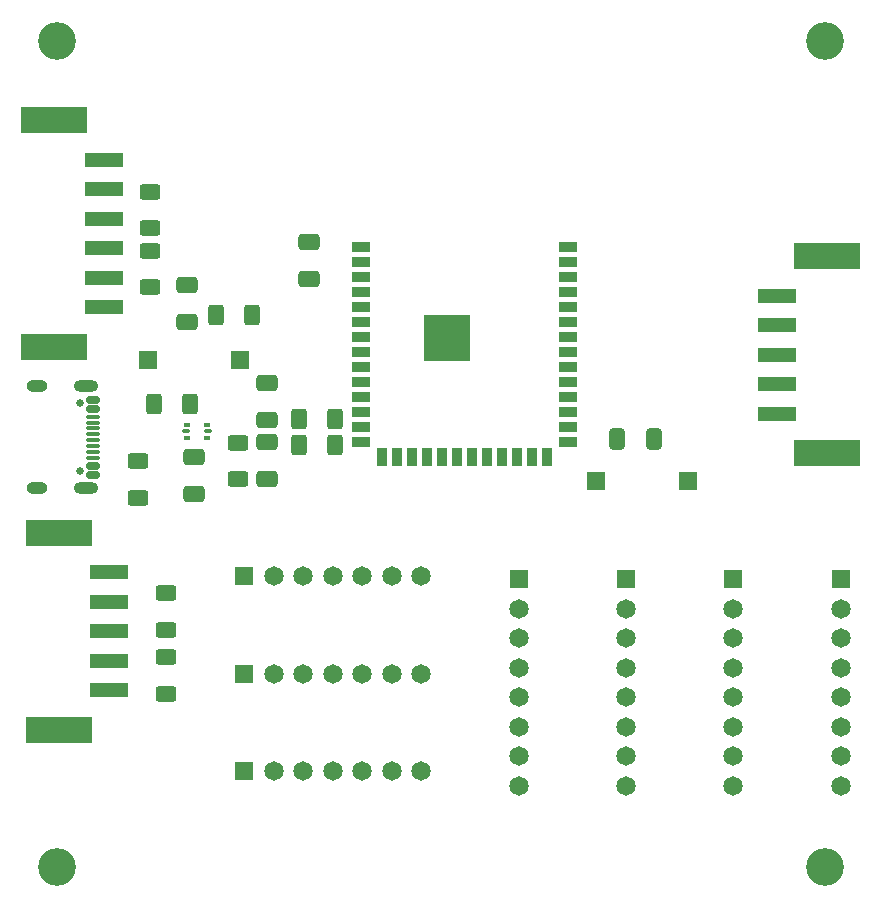
<source format=gbr>
%TF.GenerationSoftware,KiCad,Pcbnew,8.0.8*%
%TF.CreationDate,2025-04-03T15:34:39+02:00*%
%TF.ProjectId,MCU,4d43552e-6b69-4636-9164-5f7063625858,rev?*%
%TF.SameCoordinates,Original*%
%TF.FileFunction,Soldermask,Top*%
%TF.FilePolarity,Negative*%
%FSLAX46Y46*%
G04 Gerber Fmt 4.6, Leading zero omitted, Abs format (unit mm)*
G04 Created by KiCad (PCBNEW 8.0.8) date 2025-04-03 15:34:39*
%MOMM*%
%LPD*%
G01*
G04 APERTURE LIST*
G04 Aperture macros list*
%AMRoundRect*
0 Rectangle with rounded corners*
0 $1 Rounding radius*
0 $2 $3 $4 $5 $6 $7 $8 $9 X,Y pos of 4 corners*
0 Add a 4 corners polygon primitive as box body*
4,1,4,$2,$3,$4,$5,$6,$7,$8,$9,$2,$3,0*
0 Add four circle primitives for the rounded corners*
1,1,$1+$1,$2,$3*
1,1,$1+$1,$4,$5*
1,1,$1+$1,$6,$7*
1,1,$1+$1,$8,$9*
0 Add four rect primitives between the rounded corners*
20,1,$1+$1,$2,$3,$4,$5,0*
20,1,$1+$1,$4,$5,$6,$7,0*
20,1,$1+$1,$6,$7,$8,$9,0*
20,1,$1+$1,$8,$9,$2,$3,0*%
G04 Aperture macros list end*
%ADD10C,0.650000*%
%ADD11RoundRect,0.150000X-0.425000X0.150000X-0.425000X-0.150000X0.425000X-0.150000X0.425000X0.150000X0*%
%ADD12RoundRect,0.075000X-0.500000X0.075000X-0.500000X-0.075000X0.500000X-0.075000X0.500000X0.075000X0*%
%ADD13O,2.100000X1.000000*%
%ADD14O,1.800000X1.000000*%
%ADD15RoundRect,0.250000X-0.400000X-0.625000X0.400000X-0.625000X0.400000X0.625000X-0.400000X0.625000X0*%
%ADD16RoundRect,0.250000X-0.650000X0.412500X-0.650000X-0.412500X0.650000X-0.412500X0.650000X0.412500X0*%
%ADD17R,1.500000X1.500000*%
%ADD18RoundRect,0.250000X0.400000X0.625000X-0.400000X0.625000X-0.400000X-0.625000X0.400000X-0.625000X0*%
%ADD19C,3.200000*%
%ADD20R,1.650000X1.650000*%
%ADD21C,1.650000*%
%ADD22R,3.200000X1.200000*%
%ADD23R,5.600000X2.200000*%
%ADD24RoundRect,0.250000X0.625000X-0.400000X0.625000X0.400000X-0.625000X0.400000X-0.625000X-0.400000X0*%
%ADD25RoundRect,0.250000X0.650000X-0.412500X0.650000X0.412500X-0.650000X0.412500X-0.650000X-0.412500X0*%
%ADD26RoundRect,0.093750X-0.156250X-0.093750X0.156250X-0.093750X0.156250X0.093750X-0.156250X0.093750X0*%
%ADD27RoundRect,0.075000X-0.250000X-0.075000X0.250000X-0.075000X0.250000X0.075000X-0.250000X0.075000X0*%
%ADD28R,1.500000X0.900000*%
%ADD29R,0.900000X1.500000*%
%ADD30C,0.600000*%
%ADD31R,3.900000X3.900000*%
%ADD32RoundRect,0.250000X-0.625000X0.400000X-0.625000X-0.400000X0.625000X-0.400000X0.625000X0.400000X0*%
%ADD33RoundRect,0.250000X-0.412500X-0.650000X0.412500X-0.650000X0.412500X0.650000X-0.412500X0.650000X0*%
G04 APERTURE END LIST*
D10*
%TO.C,USB-C*%
X102955000Y-84690000D03*
X102955000Y-90470000D03*
D11*
X104030000Y-84380000D03*
X104030000Y-85180000D03*
D12*
X104030000Y-86330000D03*
X104030000Y-87330000D03*
X104030000Y-87830000D03*
X104030000Y-88830000D03*
D11*
X104030000Y-89980000D03*
X104030000Y-90780000D03*
X104030000Y-90780000D03*
X104030000Y-89980000D03*
D12*
X104030000Y-89330000D03*
X104030000Y-88330000D03*
X104030000Y-86830000D03*
X104030000Y-85830000D03*
D11*
X104030000Y-85180000D03*
X104030000Y-84380000D03*
D13*
X103455000Y-83260000D03*
D14*
X99275000Y-83260000D03*
D13*
X103455000Y-91900000D03*
D14*
X99275000Y-91900000D03*
%TD*%
D15*
%TO.C,R3*%
X114450000Y-77250000D03*
X117550000Y-77250000D03*
%TD*%
D16*
%TO.C,C3*%
X118750000Y-83000000D03*
X118750000Y-86125000D03*
%TD*%
D17*
%TO.C,Reset*%
X116500000Y-81000000D03*
X108700000Y-81000000D03*
%TD*%
D18*
%TO.C,R8*%
X124550000Y-86000000D03*
X121450000Y-86000000D03*
%TD*%
D17*
%TO.C,Boot*%
X146600000Y-91250000D03*
X154400000Y-91250000D03*
%TD*%
D19*
%TO.C,H4*%
X166000000Y-54000000D03*
%TD*%
D20*
%TO.C,SPI1*%
X116850000Y-107580000D03*
D21*
X119350000Y-107580000D03*
X121850000Y-107580000D03*
X124350000Y-107580000D03*
X126850000Y-107580000D03*
X129350000Y-107580000D03*
X131850000Y-107580000D03*
%TD*%
D22*
%TO.C,I2C1*%
X105000000Y-64080000D03*
X105000000Y-66580000D03*
X105000000Y-69080000D03*
X105000000Y-71580000D03*
X105000000Y-74080000D03*
X105000000Y-76580000D03*
D23*
X100750000Y-60730000D03*
X100750000Y-79930000D03*
%TD*%
D24*
%TO.C,R11*%
X116350000Y-91120000D03*
X116350000Y-88020000D03*
%TD*%
D20*
%TO.C,GPIO0*%
X140100000Y-99580000D03*
D21*
X140100000Y-102080000D03*
X140100000Y-104580000D03*
X140100000Y-107080000D03*
X140100000Y-109580000D03*
X140100000Y-112080000D03*
X140100000Y-114580000D03*
X140100000Y-117080000D03*
%TD*%
D20*
%TO.C,SPI2*%
X116850000Y-115830000D03*
D21*
X119350000Y-115830000D03*
X121850000Y-115830000D03*
X124350000Y-115830000D03*
X126850000Y-115830000D03*
X129350000Y-115830000D03*
X131850000Y-115830000D03*
%TD*%
D20*
%TO.C,GPIO3*%
X167350000Y-99580000D03*
D21*
X167350000Y-102080000D03*
X167350000Y-104580000D03*
X167350000Y-107080000D03*
X167350000Y-109580000D03*
X167350000Y-112080000D03*
X167350000Y-114580000D03*
X167350000Y-117080000D03*
%TD*%
D25*
%TO.C,C2*%
X118750000Y-91125000D03*
X118750000Y-88000000D03*
%TD*%
D26*
%TO.C,U2*%
X112000000Y-86542500D03*
D27*
X111925000Y-87080000D03*
D26*
X112000000Y-87617500D03*
X113700000Y-87617500D03*
D27*
X113775000Y-87080000D03*
D26*
X113700000Y-86542500D03*
%TD*%
D20*
%TO.C,GPIO2*%
X158266666Y-99580000D03*
D21*
X158266666Y-102080000D03*
X158266666Y-104580000D03*
X158266666Y-107080000D03*
X158266666Y-109580000D03*
X158266666Y-112080000D03*
X158266666Y-114580000D03*
X158266666Y-117080000D03*
%TD*%
D28*
%TO.C,U1*%
X126750000Y-71460000D03*
X126750000Y-72730000D03*
X126750000Y-74000000D03*
X126750000Y-75270000D03*
X126750000Y-76540000D03*
X126750000Y-77810000D03*
X126750000Y-79080000D03*
X126750000Y-80350000D03*
X126750000Y-81620000D03*
X126750000Y-82890000D03*
X126750000Y-84160000D03*
X126750000Y-85430000D03*
X126750000Y-86700000D03*
X126750000Y-87970000D03*
D29*
X128515000Y-89220000D03*
X129785000Y-89220000D03*
X131055000Y-89220000D03*
X132325000Y-89220000D03*
X133595000Y-89220000D03*
X134865000Y-89220000D03*
X136135000Y-89220000D03*
X137405000Y-89220000D03*
X138675000Y-89220000D03*
X139945000Y-89220000D03*
X141215000Y-89220000D03*
X142485000Y-89220000D03*
D28*
X144250000Y-87970000D03*
X144250000Y-86700000D03*
X144250000Y-85430000D03*
X144250000Y-84160000D03*
X144250000Y-82890000D03*
X144250000Y-81620000D03*
X144250000Y-80350000D03*
X144250000Y-79080000D03*
X144250000Y-77810000D03*
X144250000Y-76540000D03*
X144250000Y-75270000D03*
X144250000Y-74000000D03*
X144250000Y-72730000D03*
X144250000Y-71460000D03*
D30*
X132600000Y-78480000D03*
X132600000Y-79880000D03*
X133300000Y-77780000D03*
X133300000Y-79180000D03*
X133300000Y-80580000D03*
X134000000Y-78480000D03*
D31*
X134000000Y-79180000D03*
D30*
X134000000Y-79880000D03*
X134700000Y-77780000D03*
X134700000Y-79180000D03*
X134700000Y-80580000D03*
X135400000Y-78480000D03*
X135400000Y-79880000D03*
%TD*%
D16*
%TO.C,C1*%
X122350000Y-71017500D03*
X122350000Y-74142500D03*
%TD*%
D19*
%TO.C,H3*%
X101000000Y-54000000D03*
%TD*%
D25*
%TO.C,C5*%
X112000000Y-77812500D03*
X112000000Y-74687500D03*
%TD*%
D19*
%TO.C,H1*%
X101000000Y-124000000D03*
%TD*%
D32*
%TO.C,R5*%
X108850000Y-71780000D03*
X108850000Y-74880000D03*
%TD*%
D19*
%TO.C,H2*%
X166000000Y-124000000D03*
%TD*%
D22*
%TO.C,I2S*%
X161925000Y-85590000D03*
X161925000Y-83090000D03*
X161925000Y-80590000D03*
X161925000Y-78090000D03*
X161925000Y-75590000D03*
D23*
X166175000Y-88940000D03*
X166175000Y-72240000D03*
%TD*%
D32*
%TO.C,R2*%
X110250000Y-106200000D03*
X110250000Y-109300000D03*
%TD*%
%TO.C,R7*%
X108850000Y-66780000D03*
X108850000Y-69880000D03*
%TD*%
D18*
%TO.C,R13*%
X112300000Y-84750000D03*
X109200000Y-84750000D03*
%TD*%
D22*
%TO.C,I2C0*%
X105437500Y-98992500D03*
X105437500Y-101492500D03*
X105437500Y-103992500D03*
X105437500Y-106492500D03*
X105437500Y-108992500D03*
D23*
X101187500Y-95642500D03*
X101187500Y-112342500D03*
%TD*%
D24*
%TO.C,R12*%
X107850000Y-92680000D03*
X107850000Y-89580000D03*
%TD*%
D18*
%TO.C,R9*%
X124550000Y-88250000D03*
X121450000Y-88250000D03*
%TD*%
D33*
%TO.C,C6*%
X148437500Y-87750000D03*
X151562500Y-87750000D03*
%TD*%
D20*
%TO.C,SPI0*%
X116850000Y-99330000D03*
D21*
X119350000Y-99330000D03*
X121850000Y-99330000D03*
X124350000Y-99330000D03*
X126850000Y-99330000D03*
X129350000Y-99330000D03*
X131850000Y-99330000D03*
%TD*%
D20*
%TO.C,GPIO1*%
X149183333Y-99580000D03*
D21*
X149183333Y-102080000D03*
X149183333Y-104580000D03*
X149183333Y-107080000D03*
X149183333Y-109580000D03*
X149183333Y-112080000D03*
X149183333Y-114580000D03*
X149183333Y-117080000D03*
%TD*%
D16*
%TO.C,C4*%
X112600000Y-89257500D03*
X112600000Y-92382500D03*
%TD*%
D32*
%TO.C,R6*%
X110262500Y-100802500D03*
X110262500Y-103902500D03*
%TD*%
M02*

</source>
